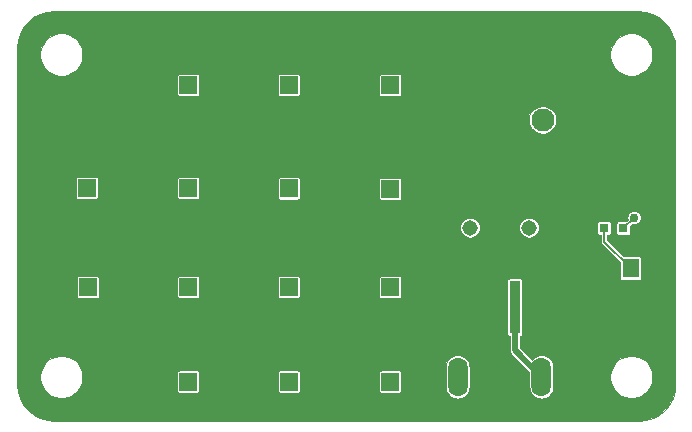
<source format=gbr>
%TF.GenerationSoftware,KiCad,Pcbnew,(5.1.10)-1*%
%TF.CreationDate,2022-10-31T19:27:20+09:00*%
%TF.ProjectId,USB_JST-XH_Converter,5553425f-4a53-4542-9d58-485f436f6e76,rev?*%
%TF.SameCoordinates,Original*%
%TF.FileFunction,Copper,L1,Top*%
%TF.FilePolarity,Positive*%
%FSLAX46Y46*%
G04 Gerber Fmt 4.6, Leading zero omitted, Abs format (unit mm)*
G04 Created by KiCad (PCBNEW (5.1.10)-1) date 2022-10-31 19:27:20*
%MOMM*%
%LPD*%
G01*
G04 APERTURE LIST*
%TA.AperFunction,ComponentPad*%
%ADD10R,1.508000X1.508000*%
%TD*%
%TA.AperFunction,ComponentPad*%
%ADD11C,1.508000*%
%TD*%
%TA.AperFunction,ComponentPad*%
%ADD12O,1.650000X3.300000*%
%TD*%
%TA.AperFunction,SMDPad,CuDef*%
%ADD13R,0.900000X4.500000*%
%TD*%
%TA.AperFunction,ComponentPad*%
%ADD14C,1.308000*%
%TD*%
%TA.AperFunction,ComponentPad*%
%ADD15C,1.950000*%
%TD*%
%TA.AperFunction,SMDPad,CuDef*%
%ADD16R,0.800000X0.800000*%
%TD*%
%TA.AperFunction,SMDPad,CuDef*%
%ADD17R,1.400000X1.650000*%
%TD*%
%TA.AperFunction,ViaPad*%
%ADD18C,0.756400*%
%TD*%
%TA.AperFunction,Conductor*%
%ADD19C,0.500000*%
%TD*%
%TA.AperFunction,Conductor*%
%ADD20C,0.152400*%
%TD*%
%TA.AperFunction,Conductor*%
%ADD21C,0.076200*%
%TD*%
%TA.AperFunction,Conductor*%
%ADD22C,0.100000*%
%TD*%
G04 APERTURE END LIST*
D10*
%TO.P,PORT1,1*%
%TO.N,SGND*%
X135131100Y-93928600D03*
D11*
%TO.P,PORT1,2*%
%TO.N,VCC*%
X132591100Y-93928600D03*
%TD*%
D10*
%TO.P,PORT10,1*%
%TO.N,SGND*%
X143631100Y-111018600D03*
D11*
%TO.P,PORT10,2*%
%TO.N,VCC*%
X141091100Y-111018600D03*
%TD*%
D10*
%TO.P,PORT11,1*%
%TO.N,SGND*%
X152231100Y-111018600D03*
D11*
%TO.P,PORT11,2*%
%TO.N,VCC*%
X149691100Y-111018600D03*
%TD*%
D10*
%TO.P,PORT12,1*%
%TO.N,SGND*%
X135131100Y-119018600D03*
D11*
%TO.P,PORT12,2*%
%TO.N,VCC*%
X132591100Y-119018600D03*
%TD*%
D10*
%TO.P,PORT2,1*%
%TO.N,SGND*%
X143631100Y-93928600D03*
D11*
%TO.P,PORT2,2*%
%TO.N,VCC*%
X141091100Y-93928600D03*
%TD*%
D10*
%TO.P,PORT3,1*%
%TO.N,SGND*%
X152231100Y-93928600D03*
D11*
%TO.P,PORT3,2*%
%TO.N,VCC*%
X149691100Y-93928600D03*
%TD*%
D10*
%TO.P,PORT4,1*%
%TO.N,SGND*%
X126541100Y-102618600D03*
D11*
%TO.P,PORT4,2*%
%TO.N,VCC*%
X124001100Y-102618600D03*
%TD*%
D10*
%TO.P,PORT5,1*%
%TO.N,SGND*%
X135131100Y-102648600D03*
D11*
%TO.P,PORT5,2*%
%TO.N,VCC*%
X132591100Y-102648600D03*
%TD*%
D10*
%TO.P,PORT6,1*%
%TO.N,SGND*%
X143631100Y-102668600D03*
D11*
%TO.P,PORT6,2*%
%TO.N,VCC*%
X141091100Y-102668600D03*
%TD*%
D10*
%TO.P,PORT7,1*%
%TO.N,SGND*%
X152231100Y-102688600D03*
D11*
%TO.P,PORT7,2*%
%TO.N,VCC*%
X149691100Y-102688600D03*
%TD*%
D10*
%TO.P,PORT8,1*%
%TO.N,SGND*%
X126631100Y-111018600D03*
D11*
%TO.P,PORT8,2*%
%TO.N,VCC*%
X124091100Y-111018600D03*
%TD*%
D10*
%TO.P,PORT9,1*%
%TO.N,SGND*%
X135131100Y-111018600D03*
D11*
%TO.P,PORT9,2*%
%TO.N,VCC*%
X132591100Y-111018600D03*
%TD*%
D12*
%TO.P,USB1,GND2*%
%TO.N,GND*%
X165031100Y-118618600D03*
%TO.P,USB1,GND1*%
X157931100Y-118618600D03*
D13*
%TO.P,USB1,USB-*%
X162781100Y-112718600D03*
%TO.P,USB1,USB+*%
%TO.N,VCC*%
X160181100Y-112718600D03*
%TD*%
D14*
%TO.P,SW1,L*%
%TO.N,N/C*%
X158981100Y-105978600D03*
%TO.P,SW1,R*%
%TO.N,N$1*%
X163981100Y-105978600D03*
%TO.P,SW1,C*%
%TO.N,VCC*%
X161481100Y-105978600D03*
%TD*%
D15*
%TO.P,C1,C-*%
%TO.N,GND*%
X165124100Y-96853600D03*
%TO.P,C1,C+*%
%TO.N,VCC*%
X160124100Y-96853600D03*
%TD*%
D10*
%TO.P,PORT13,1*%
%TO.N,SGND*%
X143631100Y-119018600D03*
D11*
%TO.P,PORT13,2*%
%TO.N,VCC*%
X141091100Y-119018600D03*
%TD*%
D10*
%TO.P,PORT14,1*%
%TO.N,SGND*%
X152231100Y-119018600D03*
D11*
%TO.P,PORT14,2*%
%TO.N,VCC*%
X149691100Y-119018600D03*
%TD*%
D16*
%TO.P,LED1,A*%
%TO.N,N$3*%
X170321100Y-106028600D03*
%TO.P,LED1,K*%
%TO.N,SGND*%
X171971100Y-106028600D03*
%TD*%
D17*
%TO.P,R3,RIGHT*%
%TO.N,VCC*%
X169971100Y-109428600D03*
%TO.P,R3,LEFT*%
%TO.N,N$3*%
X172571100Y-109428600D03*
%TD*%
D18*
%TO.N,SGND*%
X172871100Y-105128600D03*
%TD*%
D19*
%TO.N,GND*%
X162781100Y-112718600D02*
X162781100Y-116368600D01*
X162781100Y-116368600D02*
X165031100Y-118618600D01*
D20*
%TO.N,SGND*%
X171971100Y-106028600D02*
X172871100Y-105128600D01*
%TO.N,N$3*%
X172571100Y-109428600D02*
X170321100Y-107178600D01*
X170321100Y-107178600D02*
X170321100Y-106028600D01*
%TD*%
D21*
%TO.N,VCC*%
X173840335Y-87701740D02*
X174426364Y-87878673D01*
X174966864Y-88166061D01*
X175441252Y-88552962D01*
X175831455Y-89024637D01*
X176122613Y-89563121D01*
X176303633Y-90147901D01*
X176367932Y-90759670D01*
X176367999Y-90778820D01*
X176368000Y-90778830D01*
X176367999Y-119225512D01*
X176307960Y-119837835D01*
X176131027Y-120423864D01*
X175843637Y-120964367D01*
X175456735Y-121438755D01*
X174985065Y-121828954D01*
X174446580Y-122120112D01*
X173861799Y-122301133D01*
X173250030Y-122365432D01*
X173230880Y-122365499D01*
X123774188Y-122365499D01*
X123161865Y-122305460D01*
X122575836Y-122128527D01*
X122035333Y-121841137D01*
X121560945Y-121454235D01*
X121170746Y-120982565D01*
X120879588Y-120444080D01*
X120698567Y-119859299D01*
X120634268Y-119247530D01*
X120634201Y-119228380D01*
X120634201Y-118442251D01*
X122590600Y-118442251D01*
X122590600Y-118794949D01*
X122659408Y-119140869D01*
X122794380Y-119466720D01*
X122990328Y-119759977D01*
X123239723Y-120009372D01*
X123532980Y-120205320D01*
X123858831Y-120340292D01*
X124204751Y-120409100D01*
X124557449Y-120409100D01*
X124903369Y-120340292D01*
X125229220Y-120205320D01*
X125522477Y-120009372D01*
X125771872Y-119759977D01*
X125967820Y-119466720D01*
X126102792Y-119140869D01*
X126171600Y-118794949D01*
X126171600Y-118442251D01*
X126136263Y-118264600D01*
X134185679Y-118264600D01*
X134185679Y-119772600D01*
X134189357Y-119809944D01*
X134200250Y-119845854D01*
X134217939Y-119878948D01*
X134241745Y-119907955D01*
X134270752Y-119931761D01*
X134303846Y-119949450D01*
X134339756Y-119960343D01*
X134377100Y-119964021D01*
X135885100Y-119964021D01*
X135922444Y-119960343D01*
X135958354Y-119949450D01*
X135991448Y-119931761D01*
X136020455Y-119907955D01*
X136044261Y-119878948D01*
X136061950Y-119845854D01*
X136072843Y-119809944D01*
X136076521Y-119772600D01*
X136076521Y-118264600D01*
X142685679Y-118264600D01*
X142685679Y-119772600D01*
X142689357Y-119809944D01*
X142700250Y-119845854D01*
X142717939Y-119878948D01*
X142741745Y-119907955D01*
X142770752Y-119931761D01*
X142803846Y-119949450D01*
X142839756Y-119960343D01*
X142877100Y-119964021D01*
X144385100Y-119964021D01*
X144422444Y-119960343D01*
X144458354Y-119949450D01*
X144491448Y-119931761D01*
X144520455Y-119907955D01*
X144544261Y-119878948D01*
X144561950Y-119845854D01*
X144572843Y-119809944D01*
X144576521Y-119772600D01*
X144576521Y-118264600D01*
X151285679Y-118264600D01*
X151285679Y-119772600D01*
X151289357Y-119809944D01*
X151300250Y-119845854D01*
X151317939Y-119878948D01*
X151341745Y-119907955D01*
X151370752Y-119931761D01*
X151403846Y-119949450D01*
X151439756Y-119960343D01*
X151477100Y-119964021D01*
X152985100Y-119964021D01*
X153022444Y-119960343D01*
X153058354Y-119949450D01*
X153091448Y-119931761D01*
X153120455Y-119907955D01*
X153144261Y-119878948D01*
X153161950Y-119845854D01*
X153172843Y-119809944D01*
X153176521Y-119772600D01*
X153176521Y-118264600D01*
X153172843Y-118227256D01*
X153161950Y-118191346D01*
X153144261Y-118158252D01*
X153120455Y-118129245D01*
X153091448Y-118105439D01*
X153058354Y-118087750D01*
X153022444Y-118076857D01*
X152985100Y-118073179D01*
X151477100Y-118073179D01*
X151439756Y-118076857D01*
X151403846Y-118087750D01*
X151370752Y-118105439D01*
X151341745Y-118129245D01*
X151317939Y-118158252D01*
X151300250Y-118191346D01*
X151289357Y-118227256D01*
X151285679Y-118264600D01*
X144576521Y-118264600D01*
X144572843Y-118227256D01*
X144561950Y-118191346D01*
X144544261Y-118158252D01*
X144520455Y-118129245D01*
X144491448Y-118105439D01*
X144458354Y-118087750D01*
X144422444Y-118076857D01*
X144385100Y-118073179D01*
X142877100Y-118073179D01*
X142839756Y-118076857D01*
X142803846Y-118087750D01*
X142770752Y-118105439D01*
X142741745Y-118129245D01*
X142717939Y-118158252D01*
X142700250Y-118191346D01*
X142689357Y-118227256D01*
X142685679Y-118264600D01*
X136076521Y-118264600D01*
X136072843Y-118227256D01*
X136061950Y-118191346D01*
X136044261Y-118158252D01*
X136020455Y-118129245D01*
X135991448Y-118105439D01*
X135958354Y-118087750D01*
X135922444Y-118076857D01*
X135885100Y-118073179D01*
X134377100Y-118073179D01*
X134339756Y-118076857D01*
X134303846Y-118087750D01*
X134270752Y-118105439D01*
X134241745Y-118129245D01*
X134217939Y-118158252D01*
X134200250Y-118191346D01*
X134189357Y-118227256D01*
X134185679Y-118264600D01*
X126136263Y-118264600D01*
X126102792Y-118096331D01*
X125967820Y-117770480D01*
X125949939Y-117743719D01*
X156915600Y-117743719D01*
X156915601Y-119493482D01*
X156930295Y-119642673D01*
X156988362Y-119834095D01*
X157082659Y-120010511D01*
X157209560Y-120165141D01*
X157364190Y-120292042D01*
X157540606Y-120386339D01*
X157732028Y-120444406D01*
X157931100Y-120464013D01*
X158130173Y-120444406D01*
X158321595Y-120386339D01*
X158498011Y-120292042D01*
X158652641Y-120165141D01*
X158779542Y-120010511D01*
X158873839Y-119834095D01*
X158931906Y-119642673D01*
X158946600Y-119493482D01*
X158946600Y-117743718D01*
X158931906Y-117594527D01*
X158873839Y-117403105D01*
X158779542Y-117226689D01*
X158652641Y-117072059D01*
X158498011Y-116945158D01*
X158321594Y-116850861D01*
X158130172Y-116792794D01*
X157931100Y-116773187D01*
X157732027Y-116792794D01*
X157540605Y-116850861D01*
X157364189Y-116945158D01*
X157209559Y-117072059D01*
X157082658Y-117226689D01*
X156988361Y-117403106D01*
X156930294Y-117594528D01*
X156915600Y-117743719D01*
X125949939Y-117743719D01*
X125771872Y-117477223D01*
X125522477Y-117227828D01*
X125229220Y-117031880D01*
X124903369Y-116896908D01*
X124557449Y-116828100D01*
X124204751Y-116828100D01*
X123858831Y-116896908D01*
X123532980Y-117031880D01*
X123239723Y-117227828D01*
X122990328Y-117477223D01*
X122794380Y-117770480D01*
X122659408Y-118096331D01*
X122590600Y-118442251D01*
X120634201Y-118442251D01*
X120634201Y-110264600D01*
X125685679Y-110264600D01*
X125685679Y-111772600D01*
X125689357Y-111809944D01*
X125700250Y-111845854D01*
X125717939Y-111878948D01*
X125741745Y-111907955D01*
X125770752Y-111931761D01*
X125803846Y-111949450D01*
X125839756Y-111960343D01*
X125877100Y-111964021D01*
X127385100Y-111964021D01*
X127422444Y-111960343D01*
X127458354Y-111949450D01*
X127491448Y-111931761D01*
X127520455Y-111907955D01*
X127544261Y-111878948D01*
X127561950Y-111845854D01*
X127572843Y-111809944D01*
X127576521Y-111772600D01*
X127576521Y-110264600D01*
X134185679Y-110264600D01*
X134185679Y-111772600D01*
X134189357Y-111809944D01*
X134200250Y-111845854D01*
X134217939Y-111878948D01*
X134241745Y-111907955D01*
X134270752Y-111931761D01*
X134303846Y-111949450D01*
X134339756Y-111960343D01*
X134377100Y-111964021D01*
X135885100Y-111964021D01*
X135922444Y-111960343D01*
X135958354Y-111949450D01*
X135991448Y-111931761D01*
X136020455Y-111907955D01*
X136044261Y-111878948D01*
X136061950Y-111845854D01*
X136072843Y-111809944D01*
X136076521Y-111772600D01*
X136076521Y-110264600D01*
X142685679Y-110264600D01*
X142685679Y-111772600D01*
X142689357Y-111809944D01*
X142700250Y-111845854D01*
X142717939Y-111878948D01*
X142741745Y-111907955D01*
X142770752Y-111931761D01*
X142803846Y-111949450D01*
X142839756Y-111960343D01*
X142877100Y-111964021D01*
X144385100Y-111964021D01*
X144422444Y-111960343D01*
X144458354Y-111949450D01*
X144491448Y-111931761D01*
X144520455Y-111907955D01*
X144544261Y-111878948D01*
X144561950Y-111845854D01*
X144572843Y-111809944D01*
X144576521Y-111772600D01*
X144576521Y-110264600D01*
X151285679Y-110264600D01*
X151285679Y-111772600D01*
X151289357Y-111809944D01*
X151300250Y-111845854D01*
X151317939Y-111878948D01*
X151341745Y-111907955D01*
X151370752Y-111931761D01*
X151403846Y-111949450D01*
X151439756Y-111960343D01*
X151477100Y-111964021D01*
X152985100Y-111964021D01*
X153022444Y-111960343D01*
X153058354Y-111949450D01*
X153091448Y-111931761D01*
X153120455Y-111907955D01*
X153144261Y-111878948D01*
X153161950Y-111845854D01*
X153172843Y-111809944D01*
X153176521Y-111772600D01*
X153176521Y-110468600D01*
X162139679Y-110468600D01*
X162139679Y-114968600D01*
X162143357Y-115005944D01*
X162154250Y-115041854D01*
X162171939Y-115074948D01*
X162195745Y-115103955D01*
X162224752Y-115127761D01*
X162257846Y-115145450D01*
X162293756Y-115156343D01*
X162331100Y-115160021D01*
X162340601Y-115160021D01*
X162340601Y-116346961D01*
X162338470Y-116368600D01*
X162346974Y-116454952D01*
X162372162Y-116537987D01*
X162372163Y-116537988D01*
X162413067Y-116614513D01*
X162468114Y-116681587D01*
X162484917Y-116695377D01*
X164015600Y-118226061D01*
X164015601Y-119493482D01*
X164030295Y-119642673D01*
X164088362Y-119834095D01*
X164182659Y-120010511D01*
X164309560Y-120165141D01*
X164464190Y-120292042D01*
X164640606Y-120386339D01*
X164832028Y-120444406D01*
X165031100Y-120464013D01*
X165230173Y-120444406D01*
X165421595Y-120386339D01*
X165598011Y-120292042D01*
X165752641Y-120165141D01*
X165879542Y-120010511D01*
X165973839Y-119834095D01*
X166031906Y-119642673D01*
X166046600Y-119493482D01*
X166046600Y-118442251D01*
X170850600Y-118442251D01*
X170850600Y-118794949D01*
X170919408Y-119140869D01*
X171054380Y-119466720D01*
X171250328Y-119759977D01*
X171499723Y-120009372D01*
X171792980Y-120205320D01*
X172118831Y-120340292D01*
X172464751Y-120409100D01*
X172817449Y-120409100D01*
X173163369Y-120340292D01*
X173489220Y-120205320D01*
X173782477Y-120009372D01*
X174031872Y-119759977D01*
X174227820Y-119466720D01*
X174362792Y-119140869D01*
X174431600Y-118794949D01*
X174431600Y-118442251D01*
X174362792Y-118096331D01*
X174227820Y-117770480D01*
X174031872Y-117477223D01*
X173782477Y-117227828D01*
X173489220Y-117031880D01*
X173163369Y-116896908D01*
X172817449Y-116828100D01*
X172464751Y-116828100D01*
X172118831Y-116896908D01*
X171792980Y-117031880D01*
X171499723Y-117227828D01*
X171250328Y-117477223D01*
X171054380Y-117770480D01*
X170919408Y-118096331D01*
X170850600Y-118442251D01*
X166046600Y-118442251D01*
X166046600Y-117743718D01*
X166031906Y-117594527D01*
X165973839Y-117403105D01*
X165879542Y-117226689D01*
X165752641Y-117072059D01*
X165598011Y-116945158D01*
X165421594Y-116850861D01*
X165230172Y-116792794D01*
X165031100Y-116773187D01*
X164832027Y-116792794D01*
X164640605Y-116850861D01*
X164464189Y-116945158D01*
X164309559Y-117072059D01*
X164218489Y-117183029D01*
X163221600Y-116186140D01*
X163221600Y-115160021D01*
X163231100Y-115160021D01*
X163268444Y-115156343D01*
X163304354Y-115145450D01*
X163337448Y-115127761D01*
X163366455Y-115103955D01*
X163390261Y-115074948D01*
X163407950Y-115041854D01*
X163418843Y-115005944D01*
X163422521Y-114968600D01*
X163422521Y-110468600D01*
X163418843Y-110431256D01*
X163407950Y-110395346D01*
X163390261Y-110362252D01*
X163366455Y-110333245D01*
X163337448Y-110309439D01*
X163304354Y-110291750D01*
X163268444Y-110280857D01*
X163231100Y-110277179D01*
X162331100Y-110277179D01*
X162293756Y-110280857D01*
X162257846Y-110291750D01*
X162224752Y-110309439D01*
X162195745Y-110333245D01*
X162171939Y-110362252D01*
X162154250Y-110395346D01*
X162143357Y-110431256D01*
X162139679Y-110468600D01*
X153176521Y-110468600D01*
X153176521Y-110264600D01*
X153172843Y-110227256D01*
X153161950Y-110191346D01*
X153144261Y-110158252D01*
X153120455Y-110129245D01*
X153091448Y-110105439D01*
X153058354Y-110087750D01*
X153022444Y-110076857D01*
X152985100Y-110073179D01*
X151477100Y-110073179D01*
X151439756Y-110076857D01*
X151403846Y-110087750D01*
X151370752Y-110105439D01*
X151341745Y-110129245D01*
X151317939Y-110158252D01*
X151300250Y-110191346D01*
X151289357Y-110227256D01*
X151285679Y-110264600D01*
X144576521Y-110264600D01*
X144572843Y-110227256D01*
X144561950Y-110191346D01*
X144544261Y-110158252D01*
X144520455Y-110129245D01*
X144491448Y-110105439D01*
X144458354Y-110087750D01*
X144422444Y-110076857D01*
X144385100Y-110073179D01*
X142877100Y-110073179D01*
X142839756Y-110076857D01*
X142803846Y-110087750D01*
X142770752Y-110105439D01*
X142741745Y-110129245D01*
X142717939Y-110158252D01*
X142700250Y-110191346D01*
X142689357Y-110227256D01*
X142685679Y-110264600D01*
X136076521Y-110264600D01*
X136072843Y-110227256D01*
X136061950Y-110191346D01*
X136044261Y-110158252D01*
X136020455Y-110129245D01*
X135991448Y-110105439D01*
X135958354Y-110087750D01*
X135922444Y-110076857D01*
X135885100Y-110073179D01*
X134377100Y-110073179D01*
X134339756Y-110076857D01*
X134303846Y-110087750D01*
X134270752Y-110105439D01*
X134241745Y-110129245D01*
X134217939Y-110158252D01*
X134200250Y-110191346D01*
X134189357Y-110227256D01*
X134185679Y-110264600D01*
X127576521Y-110264600D01*
X127572843Y-110227256D01*
X127561950Y-110191346D01*
X127544261Y-110158252D01*
X127520455Y-110129245D01*
X127491448Y-110105439D01*
X127458354Y-110087750D01*
X127422444Y-110076857D01*
X127385100Y-110073179D01*
X125877100Y-110073179D01*
X125839756Y-110076857D01*
X125803846Y-110087750D01*
X125770752Y-110105439D01*
X125741745Y-110129245D01*
X125717939Y-110158252D01*
X125700250Y-110191346D01*
X125689357Y-110227256D01*
X125685679Y-110264600D01*
X120634201Y-110264600D01*
X120634201Y-105895424D01*
X158136600Y-105895424D01*
X158136600Y-106061776D01*
X158169054Y-106224932D01*
X158232714Y-106378621D01*
X158325134Y-106516937D01*
X158442763Y-106634566D01*
X158581079Y-106726986D01*
X158734768Y-106790646D01*
X158897924Y-106823100D01*
X159064276Y-106823100D01*
X159227432Y-106790646D01*
X159381121Y-106726986D01*
X159519437Y-106634566D01*
X159637066Y-106516937D01*
X159729486Y-106378621D01*
X159793146Y-106224932D01*
X159825600Y-106061776D01*
X159825600Y-105895424D01*
X163136600Y-105895424D01*
X163136600Y-106061776D01*
X163169054Y-106224932D01*
X163232714Y-106378621D01*
X163325134Y-106516937D01*
X163442763Y-106634566D01*
X163581079Y-106726986D01*
X163734768Y-106790646D01*
X163897924Y-106823100D01*
X164064276Y-106823100D01*
X164227432Y-106790646D01*
X164381121Y-106726986D01*
X164519437Y-106634566D01*
X164637066Y-106516937D01*
X164729486Y-106378621D01*
X164793146Y-106224932D01*
X164825600Y-106061776D01*
X164825600Y-105895424D01*
X164793146Y-105732268D01*
X164750206Y-105628600D01*
X169729679Y-105628600D01*
X169729679Y-106428600D01*
X169733357Y-106465944D01*
X169744250Y-106501854D01*
X169761939Y-106534948D01*
X169785745Y-106563955D01*
X169814752Y-106587761D01*
X169847846Y-106605450D01*
X169883756Y-106616343D01*
X169921100Y-106620021D01*
X170054400Y-106620021D01*
X170054400Y-107165504D01*
X170053110Y-107178600D01*
X170054400Y-107191696D01*
X170054400Y-107191697D01*
X170058259Y-107230881D01*
X170073510Y-107281154D01*
X170098274Y-107327487D01*
X170131602Y-107368098D01*
X170141784Y-107376454D01*
X171679679Y-108914350D01*
X171679679Y-110253600D01*
X171683357Y-110290944D01*
X171694250Y-110326854D01*
X171711939Y-110359948D01*
X171735745Y-110388955D01*
X171764752Y-110412761D01*
X171797846Y-110430450D01*
X171833756Y-110441343D01*
X171871100Y-110445021D01*
X173271100Y-110445021D01*
X173308444Y-110441343D01*
X173344354Y-110430450D01*
X173377448Y-110412761D01*
X173406455Y-110388955D01*
X173430261Y-110359948D01*
X173447950Y-110326854D01*
X173458843Y-110290944D01*
X173462521Y-110253600D01*
X173462521Y-108603600D01*
X173458843Y-108566256D01*
X173447950Y-108530346D01*
X173430261Y-108497252D01*
X173406455Y-108468245D01*
X173377448Y-108444439D01*
X173344354Y-108426750D01*
X173308444Y-108415857D01*
X173271100Y-108412179D01*
X171931850Y-108412179D01*
X170587800Y-107068130D01*
X170587800Y-106620021D01*
X170721100Y-106620021D01*
X170758444Y-106616343D01*
X170794354Y-106605450D01*
X170827448Y-106587761D01*
X170856455Y-106563955D01*
X170880261Y-106534948D01*
X170897950Y-106501854D01*
X170908843Y-106465944D01*
X170912521Y-106428600D01*
X170912521Y-105628600D01*
X171379679Y-105628600D01*
X171379679Y-106428600D01*
X171383357Y-106465944D01*
X171394250Y-106501854D01*
X171411939Y-106534948D01*
X171435745Y-106563955D01*
X171464752Y-106587761D01*
X171497846Y-106605450D01*
X171533756Y-106616343D01*
X171571100Y-106620021D01*
X172371100Y-106620021D01*
X172408444Y-106616343D01*
X172444354Y-106605450D01*
X172477448Y-106587761D01*
X172506455Y-106563955D01*
X172530261Y-106534948D01*
X172547950Y-106501854D01*
X172558843Y-106465944D01*
X172562521Y-106428600D01*
X172562521Y-105814349D01*
X172702535Y-105674335D01*
X172705216Y-105675445D01*
X172815088Y-105697300D01*
X172927112Y-105697300D01*
X173036984Y-105675445D01*
X173140481Y-105632576D01*
X173233625Y-105570338D01*
X173312838Y-105491125D01*
X173375076Y-105397981D01*
X173417945Y-105294484D01*
X173439800Y-105184612D01*
X173439800Y-105072588D01*
X173417945Y-104962716D01*
X173375076Y-104859219D01*
X173312838Y-104766075D01*
X173233625Y-104686862D01*
X173140481Y-104624624D01*
X173036984Y-104581755D01*
X172927112Y-104559900D01*
X172815088Y-104559900D01*
X172705216Y-104581755D01*
X172601719Y-104624624D01*
X172508575Y-104686862D01*
X172429362Y-104766075D01*
X172367124Y-104859219D01*
X172324255Y-104962716D01*
X172302400Y-105072588D01*
X172302400Y-105184612D01*
X172324255Y-105294484D01*
X172325365Y-105297165D01*
X172185351Y-105437179D01*
X171571100Y-105437179D01*
X171533756Y-105440857D01*
X171497846Y-105451750D01*
X171464752Y-105469439D01*
X171435745Y-105493245D01*
X171411939Y-105522252D01*
X171394250Y-105555346D01*
X171383357Y-105591256D01*
X171379679Y-105628600D01*
X170912521Y-105628600D01*
X170908843Y-105591256D01*
X170897950Y-105555346D01*
X170880261Y-105522252D01*
X170856455Y-105493245D01*
X170827448Y-105469439D01*
X170794354Y-105451750D01*
X170758444Y-105440857D01*
X170721100Y-105437179D01*
X169921100Y-105437179D01*
X169883756Y-105440857D01*
X169847846Y-105451750D01*
X169814752Y-105469439D01*
X169785745Y-105493245D01*
X169761939Y-105522252D01*
X169744250Y-105555346D01*
X169733357Y-105591256D01*
X169729679Y-105628600D01*
X164750206Y-105628600D01*
X164729486Y-105578579D01*
X164637066Y-105440263D01*
X164519437Y-105322634D01*
X164381121Y-105230214D01*
X164227432Y-105166554D01*
X164064276Y-105134100D01*
X163897924Y-105134100D01*
X163734768Y-105166554D01*
X163581079Y-105230214D01*
X163442763Y-105322634D01*
X163325134Y-105440263D01*
X163232714Y-105578579D01*
X163169054Y-105732268D01*
X163136600Y-105895424D01*
X159825600Y-105895424D01*
X159793146Y-105732268D01*
X159729486Y-105578579D01*
X159637066Y-105440263D01*
X159519437Y-105322634D01*
X159381121Y-105230214D01*
X159227432Y-105166554D01*
X159064276Y-105134100D01*
X158897924Y-105134100D01*
X158734768Y-105166554D01*
X158581079Y-105230214D01*
X158442763Y-105322634D01*
X158325134Y-105440263D01*
X158232714Y-105578579D01*
X158169054Y-105732268D01*
X158136600Y-105895424D01*
X120634201Y-105895424D01*
X120634201Y-101864600D01*
X125595679Y-101864600D01*
X125595679Y-103372600D01*
X125599357Y-103409944D01*
X125610250Y-103445854D01*
X125627939Y-103478948D01*
X125651745Y-103507955D01*
X125680752Y-103531761D01*
X125713846Y-103549450D01*
X125749756Y-103560343D01*
X125787100Y-103564021D01*
X127295100Y-103564021D01*
X127332444Y-103560343D01*
X127368354Y-103549450D01*
X127401448Y-103531761D01*
X127430455Y-103507955D01*
X127454261Y-103478948D01*
X127471950Y-103445854D01*
X127482843Y-103409944D01*
X127486521Y-103372600D01*
X127486521Y-101894600D01*
X134185679Y-101894600D01*
X134185679Y-103402600D01*
X134189357Y-103439944D01*
X134200250Y-103475854D01*
X134217939Y-103508948D01*
X134241745Y-103537955D01*
X134270752Y-103561761D01*
X134303846Y-103579450D01*
X134339756Y-103590343D01*
X134377100Y-103594021D01*
X135885100Y-103594021D01*
X135922444Y-103590343D01*
X135958354Y-103579450D01*
X135991448Y-103561761D01*
X136020455Y-103537955D01*
X136044261Y-103508948D01*
X136061950Y-103475854D01*
X136072843Y-103439944D01*
X136076521Y-103402600D01*
X136076521Y-101914600D01*
X142685679Y-101914600D01*
X142685679Y-103422600D01*
X142689357Y-103459944D01*
X142700250Y-103495854D01*
X142717939Y-103528948D01*
X142741745Y-103557955D01*
X142770752Y-103581761D01*
X142803846Y-103599450D01*
X142839756Y-103610343D01*
X142877100Y-103614021D01*
X144385100Y-103614021D01*
X144422444Y-103610343D01*
X144458354Y-103599450D01*
X144491448Y-103581761D01*
X144520455Y-103557955D01*
X144544261Y-103528948D01*
X144561950Y-103495854D01*
X144572843Y-103459944D01*
X144576521Y-103422600D01*
X144576521Y-101934600D01*
X151285679Y-101934600D01*
X151285679Y-103442600D01*
X151289357Y-103479944D01*
X151300250Y-103515854D01*
X151317939Y-103548948D01*
X151341745Y-103577955D01*
X151370752Y-103601761D01*
X151403846Y-103619450D01*
X151439756Y-103630343D01*
X151477100Y-103634021D01*
X152985100Y-103634021D01*
X153022444Y-103630343D01*
X153058354Y-103619450D01*
X153091448Y-103601761D01*
X153120455Y-103577955D01*
X153144261Y-103548948D01*
X153161950Y-103515854D01*
X153172843Y-103479944D01*
X153176521Y-103442600D01*
X153176521Y-101934600D01*
X153172843Y-101897256D01*
X153161950Y-101861346D01*
X153144261Y-101828252D01*
X153120455Y-101799245D01*
X153091448Y-101775439D01*
X153058354Y-101757750D01*
X153022444Y-101746857D01*
X152985100Y-101743179D01*
X151477100Y-101743179D01*
X151439756Y-101746857D01*
X151403846Y-101757750D01*
X151370752Y-101775439D01*
X151341745Y-101799245D01*
X151317939Y-101828252D01*
X151300250Y-101861346D01*
X151289357Y-101897256D01*
X151285679Y-101934600D01*
X144576521Y-101934600D01*
X144576521Y-101914600D01*
X144572843Y-101877256D01*
X144561950Y-101841346D01*
X144544261Y-101808252D01*
X144520455Y-101779245D01*
X144491448Y-101755439D01*
X144458354Y-101737750D01*
X144422444Y-101726857D01*
X144385100Y-101723179D01*
X142877100Y-101723179D01*
X142839756Y-101726857D01*
X142803846Y-101737750D01*
X142770752Y-101755439D01*
X142741745Y-101779245D01*
X142717939Y-101808252D01*
X142700250Y-101841346D01*
X142689357Y-101877256D01*
X142685679Y-101914600D01*
X136076521Y-101914600D01*
X136076521Y-101894600D01*
X136072843Y-101857256D01*
X136061950Y-101821346D01*
X136044261Y-101788252D01*
X136020455Y-101759245D01*
X135991448Y-101735439D01*
X135958354Y-101717750D01*
X135922444Y-101706857D01*
X135885100Y-101703179D01*
X134377100Y-101703179D01*
X134339756Y-101706857D01*
X134303846Y-101717750D01*
X134270752Y-101735439D01*
X134241745Y-101759245D01*
X134217939Y-101788252D01*
X134200250Y-101821346D01*
X134189357Y-101857256D01*
X134185679Y-101894600D01*
X127486521Y-101894600D01*
X127486521Y-101864600D01*
X127482843Y-101827256D01*
X127471950Y-101791346D01*
X127454261Y-101758252D01*
X127430455Y-101729245D01*
X127401448Y-101705439D01*
X127368354Y-101687750D01*
X127332444Y-101676857D01*
X127295100Y-101673179D01*
X125787100Y-101673179D01*
X125749756Y-101676857D01*
X125713846Y-101687750D01*
X125680752Y-101705439D01*
X125651745Y-101729245D01*
X125627939Y-101758252D01*
X125610250Y-101791346D01*
X125599357Y-101827256D01*
X125595679Y-101864600D01*
X120634201Y-101864600D01*
X120634201Y-96738808D01*
X163958600Y-96738808D01*
X163958600Y-96968392D01*
X164003390Y-97193564D01*
X164091248Y-97405671D01*
X164218797Y-97596563D01*
X164381137Y-97758903D01*
X164572029Y-97886452D01*
X164784136Y-97974310D01*
X165009308Y-98019100D01*
X165238892Y-98019100D01*
X165464064Y-97974310D01*
X165676171Y-97886452D01*
X165867063Y-97758903D01*
X166029403Y-97596563D01*
X166156952Y-97405671D01*
X166244810Y-97193564D01*
X166289600Y-96968392D01*
X166289600Y-96738808D01*
X166244810Y-96513636D01*
X166156952Y-96301529D01*
X166029403Y-96110637D01*
X165867063Y-95948297D01*
X165676171Y-95820748D01*
X165464064Y-95732890D01*
X165238892Y-95688100D01*
X165009308Y-95688100D01*
X164784136Y-95732890D01*
X164572029Y-95820748D01*
X164381137Y-95948297D01*
X164218797Y-96110637D01*
X164091248Y-96301529D01*
X164003390Y-96513636D01*
X163958600Y-96738808D01*
X120634201Y-96738808D01*
X120634201Y-93174600D01*
X134185679Y-93174600D01*
X134185679Y-94682600D01*
X134189357Y-94719944D01*
X134200250Y-94755854D01*
X134217939Y-94788948D01*
X134241745Y-94817955D01*
X134270752Y-94841761D01*
X134303846Y-94859450D01*
X134339756Y-94870343D01*
X134377100Y-94874021D01*
X135885100Y-94874021D01*
X135922444Y-94870343D01*
X135958354Y-94859450D01*
X135991448Y-94841761D01*
X136020455Y-94817955D01*
X136044261Y-94788948D01*
X136061950Y-94755854D01*
X136072843Y-94719944D01*
X136076521Y-94682600D01*
X136076521Y-93174600D01*
X142685679Y-93174600D01*
X142685679Y-94682600D01*
X142689357Y-94719944D01*
X142700250Y-94755854D01*
X142717939Y-94788948D01*
X142741745Y-94817955D01*
X142770752Y-94841761D01*
X142803846Y-94859450D01*
X142839756Y-94870343D01*
X142877100Y-94874021D01*
X144385100Y-94874021D01*
X144422444Y-94870343D01*
X144458354Y-94859450D01*
X144491448Y-94841761D01*
X144520455Y-94817955D01*
X144544261Y-94788948D01*
X144561950Y-94755854D01*
X144572843Y-94719944D01*
X144576521Y-94682600D01*
X144576521Y-93174600D01*
X151285679Y-93174600D01*
X151285679Y-94682600D01*
X151289357Y-94719944D01*
X151300250Y-94755854D01*
X151317939Y-94788948D01*
X151341745Y-94817955D01*
X151370752Y-94841761D01*
X151403846Y-94859450D01*
X151439756Y-94870343D01*
X151477100Y-94874021D01*
X152985100Y-94874021D01*
X153022444Y-94870343D01*
X153058354Y-94859450D01*
X153091448Y-94841761D01*
X153120455Y-94817955D01*
X153144261Y-94788948D01*
X153161950Y-94755854D01*
X153172843Y-94719944D01*
X153176521Y-94682600D01*
X153176521Y-93174600D01*
X153172843Y-93137256D01*
X153161950Y-93101346D01*
X153144261Y-93068252D01*
X153120455Y-93039245D01*
X153091448Y-93015439D01*
X153058354Y-92997750D01*
X153022444Y-92986857D01*
X152985100Y-92983179D01*
X151477100Y-92983179D01*
X151439756Y-92986857D01*
X151403846Y-92997750D01*
X151370752Y-93015439D01*
X151341745Y-93039245D01*
X151317939Y-93068252D01*
X151300250Y-93101346D01*
X151289357Y-93137256D01*
X151285679Y-93174600D01*
X144576521Y-93174600D01*
X144572843Y-93137256D01*
X144561950Y-93101346D01*
X144544261Y-93068252D01*
X144520455Y-93039245D01*
X144491448Y-93015439D01*
X144458354Y-92997750D01*
X144422444Y-92986857D01*
X144385100Y-92983179D01*
X142877100Y-92983179D01*
X142839756Y-92986857D01*
X142803846Y-92997750D01*
X142770752Y-93015439D01*
X142741745Y-93039245D01*
X142717939Y-93068252D01*
X142700250Y-93101346D01*
X142689357Y-93137256D01*
X142685679Y-93174600D01*
X136076521Y-93174600D01*
X136072843Y-93137256D01*
X136061950Y-93101346D01*
X136044261Y-93068252D01*
X136020455Y-93039245D01*
X135991448Y-93015439D01*
X135958354Y-92997750D01*
X135922444Y-92986857D01*
X135885100Y-92983179D01*
X134377100Y-92983179D01*
X134339756Y-92986857D01*
X134303846Y-92997750D01*
X134270752Y-93015439D01*
X134241745Y-93039245D01*
X134217939Y-93068252D01*
X134200250Y-93101346D01*
X134189357Y-93137256D01*
X134185679Y-93174600D01*
X120634201Y-93174600D01*
X120634201Y-91152251D01*
X122590600Y-91152251D01*
X122590600Y-91504949D01*
X122659408Y-91850869D01*
X122794380Y-92176720D01*
X122990328Y-92469977D01*
X123239723Y-92719372D01*
X123532980Y-92915320D01*
X123858831Y-93050292D01*
X124204751Y-93119100D01*
X124557449Y-93119100D01*
X124903369Y-93050292D01*
X125229220Y-92915320D01*
X125522477Y-92719372D01*
X125771872Y-92469977D01*
X125967820Y-92176720D01*
X126102792Y-91850869D01*
X126171600Y-91504949D01*
X126171600Y-91152251D01*
X170850600Y-91152251D01*
X170850600Y-91504949D01*
X170919408Y-91850869D01*
X171054380Y-92176720D01*
X171250328Y-92469977D01*
X171499723Y-92719372D01*
X171792980Y-92915320D01*
X172118831Y-93050292D01*
X172464751Y-93119100D01*
X172817449Y-93119100D01*
X173163369Y-93050292D01*
X173489220Y-92915320D01*
X173782477Y-92719372D01*
X174031872Y-92469977D01*
X174227820Y-92176720D01*
X174362792Y-91850869D01*
X174431600Y-91504949D01*
X174431600Y-91152251D01*
X174362792Y-90806331D01*
X174227820Y-90480480D01*
X174031872Y-90187223D01*
X173782477Y-89937828D01*
X173489220Y-89741880D01*
X173163369Y-89606908D01*
X172817449Y-89538100D01*
X172464751Y-89538100D01*
X172118831Y-89606908D01*
X171792980Y-89741880D01*
X171499723Y-89937828D01*
X171250328Y-90187223D01*
X171054380Y-90480480D01*
X170919408Y-90806331D01*
X170850600Y-91152251D01*
X126171600Y-91152251D01*
X126102792Y-90806331D01*
X125967820Y-90480480D01*
X125771872Y-90187223D01*
X125522477Y-89937828D01*
X125229220Y-89741880D01*
X124903369Y-89606908D01*
X124557449Y-89538100D01*
X124204751Y-89538100D01*
X123858831Y-89606908D01*
X123532980Y-89741880D01*
X123239723Y-89937828D01*
X122990328Y-90187223D01*
X122794380Y-90480480D01*
X122659408Y-90806331D01*
X122590600Y-91152251D01*
X120634201Y-91152251D01*
X120634201Y-90781688D01*
X120694240Y-90169365D01*
X120871173Y-89583336D01*
X121158561Y-89042836D01*
X121545462Y-88568448D01*
X122017137Y-88178245D01*
X122555621Y-87887087D01*
X123140401Y-87706067D01*
X123752170Y-87641768D01*
X123771320Y-87641701D01*
X173228012Y-87641701D01*
X173840335Y-87701740D01*
%TA.AperFunction,Conductor*%
D22*
G36*
X173840335Y-87701740D02*
G01*
X174426364Y-87878673D01*
X174966864Y-88166061D01*
X175441252Y-88552962D01*
X175831455Y-89024637D01*
X176122613Y-89563121D01*
X176303633Y-90147901D01*
X176367932Y-90759670D01*
X176367999Y-90778820D01*
X176368000Y-90778830D01*
X176367999Y-119225512D01*
X176307960Y-119837835D01*
X176131027Y-120423864D01*
X175843637Y-120964367D01*
X175456735Y-121438755D01*
X174985065Y-121828954D01*
X174446580Y-122120112D01*
X173861799Y-122301133D01*
X173250030Y-122365432D01*
X173230880Y-122365499D01*
X123774188Y-122365499D01*
X123161865Y-122305460D01*
X122575836Y-122128527D01*
X122035333Y-121841137D01*
X121560945Y-121454235D01*
X121170746Y-120982565D01*
X120879588Y-120444080D01*
X120698567Y-119859299D01*
X120634268Y-119247530D01*
X120634201Y-119228380D01*
X120634201Y-118442251D01*
X122590600Y-118442251D01*
X122590600Y-118794949D01*
X122659408Y-119140869D01*
X122794380Y-119466720D01*
X122990328Y-119759977D01*
X123239723Y-120009372D01*
X123532980Y-120205320D01*
X123858831Y-120340292D01*
X124204751Y-120409100D01*
X124557449Y-120409100D01*
X124903369Y-120340292D01*
X125229220Y-120205320D01*
X125522477Y-120009372D01*
X125771872Y-119759977D01*
X125967820Y-119466720D01*
X126102792Y-119140869D01*
X126171600Y-118794949D01*
X126171600Y-118442251D01*
X126136263Y-118264600D01*
X134185679Y-118264600D01*
X134185679Y-119772600D01*
X134189357Y-119809944D01*
X134200250Y-119845854D01*
X134217939Y-119878948D01*
X134241745Y-119907955D01*
X134270752Y-119931761D01*
X134303846Y-119949450D01*
X134339756Y-119960343D01*
X134377100Y-119964021D01*
X135885100Y-119964021D01*
X135922444Y-119960343D01*
X135958354Y-119949450D01*
X135991448Y-119931761D01*
X136020455Y-119907955D01*
X136044261Y-119878948D01*
X136061950Y-119845854D01*
X136072843Y-119809944D01*
X136076521Y-119772600D01*
X136076521Y-118264600D01*
X142685679Y-118264600D01*
X142685679Y-119772600D01*
X142689357Y-119809944D01*
X142700250Y-119845854D01*
X142717939Y-119878948D01*
X142741745Y-119907955D01*
X142770752Y-119931761D01*
X142803846Y-119949450D01*
X142839756Y-119960343D01*
X142877100Y-119964021D01*
X144385100Y-119964021D01*
X144422444Y-119960343D01*
X144458354Y-119949450D01*
X144491448Y-119931761D01*
X144520455Y-119907955D01*
X144544261Y-119878948D01*
X144561950Y-119845854D01*
X144572843Y-119809944D01*
X144576521Y-119772600D01*
X144576521Y-118264600D01*
X151285679Y-118264600D01*
X151285679Y-119772600D01*
X151289357Y-119809944D01*
X151300250Y-119845854D01*
X151317939Y-119878948D01*
X151341745Y-119907955D01*
X151370752Y-119931761D01*
X151403846Y-119949450D01*
X151439756Y-119960343D01*
X151477100Y-119964021D01*
X152985100Y-119964021D01*
X153022444Y-119960343D01*
X153058354Y-119949450D01*
X153091448Y-119931761D01*
X153120455Y-119907955D01*
X153144261Y-119878948D01*
X153161950Y-119845854D01*
X153172843Y-119809944D01*
X153176521Y-119772600D01*
X153176521Y-118264600D01*
X153172843Y-118227256D01*
X153161950Y-118191346D01*
X153144261Y-118158252D01*
X153120455Y-118129245D01*
X153091448Y-118105439D01*
X153058354Y-118087750D01*
X153022444Y-118076857D01*
X152985100Y-118073179D01*
X151477100Y-118073179D01*
X151439756Y-118076857D01*
X151403846Y-118087750D01*
X151370752Y-118105439D01*
X151341745Y-118129245D01*
X151317939Y-118158252D01*
X151300250Y-118191346D01*
X151289357Y-118227256D01*
X151285679Y-118264600D01*
X144576521Y-118264600D01*
X144572843Y-118227256D01*
X144561950Y-118191346D01*
X144544261Y-118158252D01*
X144520455Y-118129245D01*
X144491448Y-118105439D01*
X144458354Y-118087750D01*
X144422444Y-118076857D01*
X144385100Y-118073179D01*
X142877100Y-118073179D01*
X142839756Y-118076857D01*
X142803846Y-118087750D01*
X142770752Y-118105439D01*
X142741745Y-118129245D01*
X142717939Y-118158252D01*
X142700250Y-118191346D01*
X142689357Y-118227256D01*
X142685679Y-118264600D01*
X136076521Y-118264600D01*
X136072843Y-118227256D01*
X136061950Y-118191346D01*
X136044261Y-118158252D01*
X136020455Y-118129245D01*
X135991448Y-118105439D01*
X135958354Y-118087750D01*
X135922444Y-118076857D01*
X135885100Y-118073179D01*
X134377100Y-118073179D01*
X134339756Y-118076857D01*
X134303846Y-118087750D01*
X134270752Y-118105439D01*
X134241745Y-118129245D01*
X134217939Y-118158252D01*
X134200250Y-118191346D01*
X134189357Y-118227256D01*
X134185679Y-118264600D01*
X126136263Y-118264600D01*
X126102792Y-118096331D01*
X125967820Y-117770480D01*
X125949939Y-117743719D01*
X156915600Y-117743719D01*
X156915601Y-119493482D01*
X156930295Y-119642673D01*
X156988362Y-119834095D01*
X157082659Y-120010511D01*
X157209560Y-120165141D01*
X157364190Y-120292042D01*
X157540606Y-120386339D01*
X157732028Y-120444406D01*
X157931100Y-120464013D01*
X158130173Y-120444406D01*
X158321595Y-120386339D01*
X158498011Y-120292042D01*
X158652641Y-120165141D01*
X158779542Y-120010511D01*
X158873839Y-119834095D01*
X158931906Y-119642673D01*
X158946600Y-119493482D01*
X158946600Y-117743718D01*
X158931906Y-117594527D01*
X158873839Y-117403105D01*
X158779542Y-117226689D01*
X158652641Y-117072059D01*
X158498011Y-116945158D01*
X158321594Y-116850861D01*
X158130172Y-116792794D01*
X157931100Y-116773187D01*
X157732027Y-116792794D01*
X157540605Y-116850861D01*
X157364189Y-116945158D01*
X157209559Y-117072059D01*
X157082658Y-117226689D01*
X156988361Y-117403106D01*
X156930294Y-117594528D01*
X156915600Y-117743719D01*
X125949939Y-117743719D01*
X125771872Y-117477223D01*
X125522477Y-117227828D01*
X125229220Y-117031880D01*
X124903369Y-116896908D01*
X124557449Y-116828100D01*
X124204751Y-116828100D01*
X123858831Y-116896908D01*
X123532980Y-117031880D01*
X123239723Y-117227828D01*
X122990328Y-117477223D01*
X122794380Y-117770480D01*
X122659408Y-118096331D01*
X122590600Y-118442251D01*
X120634201Y-118442251D01*
X120634201Y-110264600D01*
X125685679Y-110264600D01*
X125685679Y-111772600D01*
X125689357Y-111809944D01*
X125700250Y-111845854D01*
X125717939Y-111878948D01*
X125741745Y-111907955D01*
X125770752Y-111931761D01*
X125803846Y-111949450D01*
X125839756Y-111960343D01*
X125877100Y-111964021D01*
X127385100Y-111964021D01*
X127422444Y-111960343D01*
X127458354Y-111949450D01*
X127491448Y-111931761D01*
X127520455Y-111907955D01*
X127544261Y-111878948D01*
X127561950Y-111845854D01*
X127572843Y-111809944D01*
X127576521Y-111772600D01*
X127576521Y-110264600D01*
X134185679Y-110264600D01*
X134185679Y-111772600D01*
X134189357Y-111809944D01*
X134200250Y-111845854D01*
X134217939Y-111878948D01*
X134241745Y-111907955D01*
X134270752Y-111931761D01*
X134303846Y-111949450D01*
X134339756Y-111960343D01*
X134377100Y-111964021D01*
X135885100Y-111964021D01*
X135922444Y-111960343D01*
X135958354Y-111949450D01*
X135991448Y-111931761D01*
X136020455Y-111907955D01*
X136044261Y-111878948D01*
X136061950Y-111845854D01*
X136072843Y-111809944D01*
X136076521Y-111772600D01*
X136076521Y-110264600D01*
X142685679Y-110264600D01*
X142685679Y-111772600D01*
X142689357Y-111809944D01*
X142700250Y-111845854D01*
X142717939Y-111878948D01*
X142741745Y-111907955D01*
X142770752Y-111931761D01*
X142803846Y-111949450D01*
X142839756Y-111960343D01*
X142877100Y-111964021D01*
X144385100Y-111964021D01*
X144422444Y-111960343D01*
X144458354Y-111949450D01*
X144491448Y-111931761D01*
X144520455Y-111907955D01*
X144544261Y-111878948D01*
X144561950Y-111845854D01*
X144572843Y-111809944D01*
X144576521Y-111772600D01*
X144576521Y-110264600D01*
X151285679Y-110264600D01*
X151285679Y-111772600D01*
X151289357Y-111809944D01*
X151300250Y-111845854D01*
X151317939Y-111878948D01*
X151341745Y-111907955D01*
X151370752Y-111931761D01*
X151403846Y-111949450D01*
X151439756Y-111960343D01*
X151477100Y-111964021D01*
X152985100Y-111964021D01*
X153022444Y-111960343D01*
X153058354Y-111949450D01*
X153091448Y-111931761D01*
X153120455Y-111907955D01*
X153144261Y-111878948D01*
X153161950Y-111845854D01*
X153172843Y-111809944D01*
X153176521Y-111772600D01*
X153176521Y-110468600D01*
X162139679Y-110468600D01*
X162139679Y-114968600D01*
X162143357Y-115005944D01*
X162154250Y-115041854D01*
X162171939Y-115074948D01*
X162195745Y-115103955D01*
X162224752Y-115127761D01*
X162257846Y-115145450D01*
X162293756Y-115156343D01*
X162331100Y-115160021D01*
X162340601Y-115160021D01*
X162340601Y-116346961D01*
X162338470Y-116368600D01*
X162346974Y-116454952D01*
X162372162Y-116537987D01*
X162372163Y-116537988D01*
X162413067Y-116614513D01*
X162468114Y-116681587D01*
X162484917Y-116695377D01*
X164015600Y-118226061D01*
X164015601Y-119493482D01*
X164030295Y-119642673D01*
X164088362Y-119834095D01*
X164182659Y-120010511D01*
X164309560Y-120165141D01*
X164464190Y-120292042D01*
X164640606Y-120386339D01*
X164832028Y-120444406D01*
X165031100Y-120464013D01*
X165230173Y-120444406D01*
X165421595Y-120386339D01*
X165598011Y-120292042D01*
X165752641Y-120165141D01*
X165879542Y-120010511D01*
X165973839Y-119834095D01*
X166031906Y-119642673D01*
X166046600Y-119493482D01*
X166046600Y-118442251D01*
X170850600Y-118442251D01*
X170850600Y-118794949D01*
X170919408Y-119140869D01*
X171054380Y-119466720D01*
X171250328Y-119759977D01*
X171499723Y-120009372D01*
X171792980Y-120205320D01*
X172118831Y-120340292D01*
X172464751Y-120409100D01*
X172817449Y-120409100D01*
X173163369Y-120340292D01*
X173489220Y-120205320D01*
X173782477Y-120009372D01*
X174031872Y-119759977D01*
X174227820Y-119466720D01*
X174362792Y-119140869D01*
X174431600Y-118794949D01*
X174431600Y-118442251D01*
X174362792Y-118096331D01*
X174227820Y-117770480D01*
X174031872Y-117477223D01*
X173782477Y-117227828D01*
X173489220Y-117031880D01*
X173163369Y-116896908D01*
X172817449Y-116828100D01*
X172464751Y-116828100D01*
X172118831Y-116896908D01*
X171792980Y-117031880D01*
X171499723Y-117227828D01*
X171250328Y-117477223D01*
X171054380Y-117770480D01*
X170919408Y-118096331D01*
X170850600Y-118442251D01*
X166046600Y-118442251D01*
X166046600Y-117743718D01*
X166031906Y-117594527D01*
X165973839Y-117403105D01*
X165879542Y-117226689D01*
X165752641Y-117072059D01*
X165598011Y-116945158D01*
X165421594Y-116850861D01*
X165230172Y-116792794D01*
X165031100Y-116773187D01*
X164832027Y-116792794D01*
X164640605Y-116850861D01*
X164464189Y-116945158D01*
X164309559Y-117072059D01*
X164218489Y-117183029D01*
X163221600Y-116186140D01*
X163221600Y-115160021D01*
X163231100Y-115160021D01*
X163268444Y-115156343D01*
X163304354Y-115145450D01*
X163337448Y-115127761D01*
X163366455Y-115103955D01*
X163390261Y-115074948D01*
X163407950Y-115041854D01*
X163418843Y-115005944D01*
X163422521Y-114968600D01*
X163422521Y-110468600D01*
X163418843Y-110431256D01*
X163407950Y-110395346D01*
X163390261Y-110362252D01*
X163366455Y-110333245D01*
X163337448Y-110309439D01*
X163304354Y-110291750D01*
X163268444Y-110280857D01*
X163231100Y-110277179D01*
X162331100Y-110277179D01*
X162293756Y-110280857D01*
X162257846Y-110291750D01*
X162224752Y-110309439D01*
X162195745Y-110333245D01*
X162171939Y-110362252D01*
X162154250Y-110395346D01*
X162143357Y-110431256D01*
X162139679Y-110468600D01*
X153176521Y-110468600D01*
X153176521Y-110264600D01*
X153172843Y-110227256D01*
X153161950Y-110191346D01*
X153144261Y-110158252D01*
X153120455Y-110129245D01*
X153091448Y-110105439D01*
X153058354Y-110087750D01*
X153022444Y-110076857D01*
X152985100Y-110073179D01*
X151477100Y-110073179D01*
X151439756Y-110076857D01*
X151403846Y-110087750D01*
X151370752Y-110105439D01*
X151341745Y-110129245D01*
X151317939Y-110158252D01*
X151300250Y-110191346D01*
X151289357Y-110227256D01*
X151285679Y-110264600D01*
X144576521Y-110264600D01*
X144572843Y-110227256D01*
X144561950Y-110191346D01*
X144544261Y-110158252D01*
X144520455Y-110129245D01*
X144491448Y-110105439D01*
X144458354Y-110087750D01*
X144422444Y-110076857D01*
X144385100Y-110073179D01*
X142877100Y-110073179D01*
X142839756Y-110076857D01*
X142803846Y-110087750D01*
X142770752Y-110105439D01*
X142741745Y-110129245D01*
X142717939Y-110158252D01*
X142700250Y-110191346D01*
X142689357Y-110227256D01*
X142685679Y-110264600D01*
X136076521Y-110264600D01*
X136072843Y-110227256D01*
X136061950Y-110191346D01*
X136044261Y-110158252D01*
X136020455Y-110129245D01*
X135991448Y-110105439D01*
X135958354Y-110087750D01*
X135922444Y-110076857D01*
X135885100Y-110073179D01*
X134377100Y-110073179D01*
X134339756Y-110076857D01*
X134303846Y-110087750D01*
X134270752Y-110105439D01*
X134241745Y-110129245D01*
X134217939Y-110158252D01*
X134200250Y-110191346D01*
X134189357Y-110227256D01*
X134185679Y-110264600D01*
X127576521Y-110264600D01*
X127572843Y-110227256D01*
X127561950Y-110191346D01*
X127544261Y-110158252D01*
X127520455Y-110129245D01*
X127491448Y-110105439D01*
X127458354Y-110087750D01*
X127422444Y-110076857D01*
X127385100Y-110073179D01*
X125877100Y-110073179D01*
X125839756Y-110076857D01*
X125803846Y-110087750D01*
X125770752Y-110105439D01*
X125741745Y-110129245D01*
X125717939Y-110158252D01*
X125700250Y-110191346D01*
X125689357Y-110227256D01*
X125685679Y-110264600D01*
X120634201Y-110264600D01*
X120634201Y-105895424D01*
X158136600Y-105895424D01*
X158136600Y-106061776D01*
X158169054Y-106224932D01*
X158232714Y-106378621D01*
X158325134Y-106516937D01*
X158442763Y-106634566D01*
X158581079Y-106726986D01*
X158734768Y-106790646D01*
X158897924Y-106823100D01*
X159064276Y-106823100D01*
X159227432Y-106790646D01*
X159381121Y-106726986D01*
X159519437Y-106634566D01*
X159637066Y-106516937D01*
X159729486Y-106378621D01*
X159793146Y-106224932D01*
X159825600Y-106061776D01*
X159825600Y-105895424D01*
X163136600Y-105895424D01*
X163136600Y-106061776D01*
X163169054Y-106224932D01*
X163232714Y-106378621D01*
X163325134Y-106516937D01*
X163442763Y-106634566D01*
X163581079Y-106726986D01*
X163734768Y-106790646D01*
X163897924Y-106823100D01*
X164064276Y-106823100D01*
X164227432Y-106790646D01*
X164381121Y-106726986D01*
X164519437Y-106634566D01*
X164637066Y-106516937D01*
X164729486Y-106378621D01*
X164793146Y-106224932D01*
X164825600Y-106061776D01*
X164825600Y-105895424D01*
X164793146Y-105732268D01*
X164750206Y-105628600D01*
X169729679Y-105628600D01*
X169729679Y-106428600D01*
X169733357Y-106465944D01*
X169744250Y-106501854D01*
X169761939Y-106534948D01*
X169785745Y-106563955D01*
X169814752Y-106587761D01*
X169847846Y-106605450D01*
X169883756Y-106616343D01*
X169921100Y-106620021D01*
X170054400Y-106620021D01*
X170054400Y-107165504D01*
X170053110Y-107178600D01*
X170054400Y-107191696D01*
X170054400Y-107191697D01*
X170058259Y-107230881D01*
X170073510Y-107281154D01*
X170098274Y-107327487D01*
X170131602Y-107368098D01*
X170141784Y-107376454D01*
X171679679Y-108914350D01*
X171679679Y-110253600D01*
X171683357Y-110290944D01*
X171694250Y-110326854D01*
X171711939Y-110359948D01*
X171735745Y-110388955D01*
X171764752Y-110412761D01*
X171797846Y-110430450D01*
X171833756Y-110441343D01*
X171871100Y-110445021D01*
X173271100Y-110445021D01*
X173308444Y-110441343D01*
X173344354Y-110430450D01*
X173377448Y-110412761D01*
X173406455Y-110388955D01*
X173430261Y-110359948D01*
X173447950Y-110326854D01*
X173458843Y-110290944D01*
X173462521Y-110253600D01*
X173462521Y-108603600D01*
X173458843Y-108566256D01*
X173447950Y-108530346D01*
X173430261Y-108497252D01*
X173406455Y-108468245D01*
X173377448Y-108444439D01*
X173344354Y-108426750D01*
X173308444Y-108415857D01*
X173271100Y-108412179D01*
X171931850Y-108412179D01*
X170587800Y-107068130D01*
X170587800Y-106620021D01*
X170721100Y-106620021D01*
X170758444Y-106616343D01*
X170794354Y-106605450D01*
X170827448Y-106587761D01*
X170856455Y-106563955D01*
X170880261Y-106534948D01*
X170897950Y-106501854D01*
X170908843Y-106465944D01*
X170912521Y-106428600D01*
X170912521Y-105628600D01*
X171379679Y-105628600D01*
X171379679Y-106428600D01*
X171383357Y-106465944D01*
X171394250Y-106501854D01*
X171411939Y-106534948D01*
X171435745Y-106563955D01*
X171464752Y-106587761D01*
X171497846Y-106605450D01*
X171533756Y-106616343D01*
X171571100Y-106620021D01*
X172371100Y-106620021D01*
X172408444Y-106616343D01*
X172444354Y-106605450D01*
X172477448Y-106587761D01*
X172506455Y-106563955D01*
X172530261Y-106534948D01*
X172547950Y-106501854D01*
X172558843Y-106465944D01*
X172562521Y-106428600D01*
X172562521Y-105814349D01*
X172702535Y-105674335D01*
X172705216Y-105675445D01*
X172815088Y-105697300D01*
X172927112Y-105697300D01*
X173036984Y-105675445D01*
X173140481Y-105632576D01*
X173233625Y-105570338D01*
X173312838Y-105491125D01*
X173375076Y-105397981D01*
X173417945Y-105294484D01*
X173439800Y-105184612D01*
X173439800Y-105072588D01*
X173417945Y-104962716D01*
X173375076Y-104859219D01*
X173312838Y-104766075D01*
X173233625Y-104686862D01*
X173140481Y-104624624D01*
X173036984Y-104581755D01*
X172927112Y-104559900D01*
X172815088Y-104559900D01*
X172705216Y-104581755D01*
X172601719Y-104624624D01*
X172508575Y-104686862D01*
X172429362Y-104766075D01*
X172367124Y-104859219D01*
X172324255Y-104962716D01*
X172302400Y-105072588D01*
X172302400Y-105184612D01*
X172324255Y-105294484D01*
X172325365Y-105297165D01*
X172185351Y-105437179D01*
X171571100Y-105437179D01*
X171533756Y-105440857D01*
X171497846Y-105451750D01*
X171464752Y-105469439D01*
X171435745Y-105493245D01*
X171411939Y-105522252D01*
X171394250Y-105555346D01*
X171383357Y-105591256D01*
X171379679Y-105628600D01*
X170912521Y-105628600D01*
X170908843Y-105591256D01*
X170897950Y-105555346D01*
X170880261Y-105522252D01*
X170856455Y-105493245D01*
X170827448Y-105469439D01*
X170794354Y-105451750D01*
X170758444Y-105440857D01*
X170721100Y-105437179D01*
X169921100Y-105437179D01*
X169883756Y-105440857D01*
X169847846Y-105451750D01*
X169814752Y-105469439D01*
X169785745Y-105493245D01*
X169761939Y-105522252D01*
X169744250Y-105555346D01*
X169733357Y-105591256D01*
X169729679Y-105628600D01*
X164750206Y-105628600D01*
X164729486Y-105578579D01*
X164637066Y-105440263D01*
X164519437Y-105322634D01*
X164381121Y-105230214D01*
X164227432Y-105166554D01*
X164064276Y-105134100D01*
X163897924Y-105134100D01*
X163734768Y-105166554D01*
X163581079Y-105230214D01*
X163442763Y-105322634D01*
X163325134Y-105440263D01*
X163232714Y-105578579D01*
X163169054Y-105732268D01*
X163136600Y-105895424D01*
X159825600Y-105895424D01*
X159793146Y-105732268D01*
X159729486Y-105578579D01*
X159637066Y-105440263D01*
X159519437Y-105322634D01*
X159381121Y-105230214D01*
X159227432Y-105166554D01*
X159064276Y-105134100D01*
X158897924Y-105134100D01*
X158734768Y-105166554D01*
X158581079Y-105230214D01*
X158442763Y-105322634D01*
X158325134Y-105440263D01*
X158232714Y-105578579D01*
X158169054Y-105732268D01*
X158136600Y-105895424D01*
X120634201Y-105895424D01*
X120634201Y-101864600D01*
X125595679Y-101864600D01*
X125595679Y-103372600D01*
X125599357Y-103409944D01*
X125610250Y-103445854D01*
X125627939Y-103478948D01*
X125651745Y-103507955D01*
X125680752Y-103531761D01*
X125713846Y-103549450D01*
X125749756Y-103560343D01*
X125787100Y-103564021D01*
X127295100Y-103564021D01*
X127332444Y-103560343D01*
X127368354Y-103549450D01*
X127401448Y-103531761D01*
X127430455Y-103507955D01*
X127454261Y-103478948D01*
X127471950Y-103445854D01*
X127482843Y-103409944D01*
X127486521Y-103372600D01*
X127486521Y-101894600D01*
X134185679Y-101894600D01*
X134185679Y-103402600D01*
X134189357Y-103439944D01*
X134200250Y-103475854D01*
X134217939Y-103508948D01*
X134241745Y-103537955D01*
X134270752Y-103561761D01*
X134303846Y-103579450D01*
X134339756Y-103590343D01*
X134377100Y-103594021D01*
X135885100Y-103594021D01*
X135922444Y-103590343D01*
X135958354Y-103579450D01*
X135991448Y-103561761D01*
X136020455Y-103537955D01*
X136044261Y-103508948D01*
X136061950Y-103475854D01*
X136072843Y-103439944D01*
X136076521Y-103402600D01*
X136076521Y-101914600D01*
X142685679Y-101914600D01*
X142685679Y-103422600D01*
X142689357Y-103459944D01*
X142700250Y-103495854D01*
X142717939Y-103528948D01*
X142741745Y-103557955D01*
X142770752Y-103581761D01*
X142803846Y-103599450D01*
X142839756Y-103610343D01*
X142877100Y-103614021D01*
X144385100Y-103614021D01*
X144422444Y-103610343D01*
X144458354Y-103599450D01*
X144491448Y-103581761D01*
X144520455Y-103557955D01*
X144544261Y-103528948D01*
X144561950Y-103495854D01*
X144572843Y-103459944D01*
X144576521Y-103422600D01*
X144576521Y-101934600D01*
X151285679Y-101934600D01*
X151285679Y-103442600D01*
X151289357Y-103479944D01*
X151300250Y-103515854D01*
X151317939Y-103548948D01*
X151341745Y-103577955D01*
X151370752Y-103601761D01*
X151403846Y-103619450D01*
X151439756Y-103630343D01*
X151477100Y-103634021D01*
X152985100Y-103634021D01*
X153022444Y-103630343D01*
X153058354Y-103619450D01*
X153091448Y-103601761D01*
X153120455Y-103577955D01*
X153144261Y-103548948D01*
X153161950Y-103515854D01*
X153172843Y-103479944D01*
X153176521Y-103442600D01*
X153176521Y-101934600D01*
X153172843Y-101897256D01*
X153161950Y-101861346D01*
X153144261Y-101828252D01*
X153120455Y-101799245D01*
X153091448Y-101775439D01*
X153058354Y-101757750D01*
X153022444Y-101746857D01*
X152985100Y-101743179D01*
X151477100Y-101743179D01*
X151439756Y-101746857D01*
X151403846Y-101757750D01*
X151370752Y-101775439D01*
X151341745Y-101799245D01*
X151317939Y-101828252D01*
X151300250Y-101861346D01*
X151289357Y-101897256D01*
X151285679Y-101934600D01*
X144576521Y-101934600D01*
X144576521Y-101914600D01*
X144572843Y-101877256D01*
X144561950Y-101841346D01*
X144544261Y-101808252D01*
X144520455Y-101779245D01*
X144491448Y-101755439D01*
X144458354Y-101737750D01*
X144422444Y-101726857D01*
X144385100Y-101723179D01*
X142877100Y-101723179D01*
X142839756Y-101726857D01*
X142803846Y-101737750D01*
X142770752Y-101755439D01*
X142741745Y-101779245D01*
X142717939Y-101808252D01*
X142700250Y-101841346D01*
X142689357Y-101877256D01*
X142685679Y-101914600D01*
X136076521Y-101914600D01*
X136076521Y-101894600D01*
X136072843Y-101857256D01*
X136061950Y-101821346D01*
X136044261Y-101788252D01*
X136020455Y-101759245D01*
X135991448Y-101735439D01*
X135958354Y-101717750D01*
X135922444Y-101706857D01*
X135885100Y-101703179D01*
X134377100Y-101703179D01*
X134339756Y-101706857D01*
X134303846Y-101717750D01*
X134270752Y-101735439D01*
X134241745Y-101759245D01*
X134217939Y-101788252D01*
X134200250Y-101821346D01*
X134189357Y-101857256D01*
X134185679Y-101894600D01*
X127486521Y-101894600D01*
X127486521Y-101864600D01*
X127482843Y-101827256D01*
X127471950Y-101791346D01*
X127454261Y-101758252D01*
X127430455Y-101729245D01*
X127401448Y-101705439D01*
X127368354Y-101687750D01*
X127332444Y-101676857D01*
X127295100Y-101673179D01*
X125787100Y-101673179D01*
X125749756Y-101676857D01*
X125713846Y-101687750D01*
X125680752Y-101705439D01*
X125651745Y-101729245D01*
X125627939Y-101758252D01*
X125610250Y-101791346D01*
X125599357Y-101827256D01*
X125595679Y-101864600D01*
X120634201Y-101864600D01*
X120634201Y-96738808D01*
X163958600Y-96738808D01*
X163958600Y-96968392D01*
X164003390Y-97193564D01*
X164091248Y-97405671D01*
X164218797Y-97596563D01*
X164381137Y-97758903D01*
X164572029Y-97886452D01*
X164784136Y-97974310D01*
X165009308Y-98019100D01*
X165238892Y-98019100D01*
X165464064Y-97974310D01*
X165676171Y-97886452D01*
X165867063Y-97758903D01*
X166029403Y-97596563D01*
X166156952Y-97405671D01*
X166244810Y-97193564D01*
X166289600Y-96968392D01*
X166289600Y-96738808D01*
X166244810Y-96513636D01*
X166156952Y-96301529D01*
X166029403Y-96110637D01*
X165867063Y-95948297D01*
X165676171Y-95820748D01*
X165464064Y-95732890D01*
X165238892Y-95688100D01*
X165009308Y-95688100D01*
X164784136Y-95732890D01*
X164572029Y-95820748D01*
X164381137Y-95948297D01*
X164218797Y-96110637D01*
X164091248Y-96301529D01*
X164003390Y-96513636D01*
X163958600Y-96738808D01*
X120634201Y-96738808D01*
X120634201Y-93174600D01*
X134185679Y-93174600D01*
X134185679Y-94682600D01*
X134189357Y-94719944D01*
X134200250Y-94755854D01*
X134217939Y-94788948D01*
X134241745Y-94817955D01*
X134270752Y-94841761D01*
X134303846Y-94859450D01*
X134339756Y-94870343D01*
X134377100Y-94874021D01*
X135885100Y-94874021D01*
X135922444Y-94870343D01*
X135958354Y-94859450D01*
X135991448Y-94841761D01*
X136020455Y-94817955D01*
X136044261Y-94788948D01*
X136061950Y-94755854D01*
X136072843Y-94719944D01*
X136076521Y-94682600D01*
X136076521Y-93174600D01*
X142685679Y-93174600D01*
X142685679Y-94682600D01*
X142689357Y-94719944D01*
X142700250Y-94755854D01*
X142717939Y-94788948D01*
X142741745Y-94817955D01*
X142770752Y-94841761D01*
X142803846Y-94859450D01*
X142839756Y-94870343D01*
X142877100Y-94874021D01*
X144385100Y-94874021D01*
X144422444Y-94870343D01*
X144458354Y-94859450D01*
X144491448Y-94841761D01*
X144520455Y-94817955D01*
X144544261Y-94788948D01*
X144561950Y-94755854D01*
X144572843Y-94719944D01*
X144576521Y-94682600D01*
X144576521Y-93174600D01*
X151285679Y-93174600D01*
X151285679Y-94682600D01*
X151289357Y-94719944D01*
X151300250Y-94755854D01*
X151317939Y-94788948D01*
X151341745Y-94817955D01*
X151370752Y-94841761D01*
X151403846Y-94859450D01*
X151439756Y-94870343D01*
X151477100Y-94874021D01*
X152985100Y-94874021D01*
X153022444Y-94870343D01*
X153058354Y-94859450D01*
X153091448Y-94841761D01*
X153120455Y-94817955D01*
X153144261Y-94788948D01*
X153161950Y-94755854D01*
X153172843Y-94719944D01*
X153176521Y-94682600D01*
X153176521Y-93174600D01*
X153172843Y-93137256D01*
X153161950Y-93101346D01*
X153144261Y-93068252D01*
X153120455Y-93039245D01*
X153091448Y-93015439D01*
X153058354Y-92997750D01*
X153022444Y-92986857D01*
X152985100Y-92983179D01*
X151477100Y-92983179D01*
X151439756Y-92986857D01*
X151403846Y-92997750D01*
X151370752Y-93015439D01*
X151341745Y-93039245D01*
X151317939Y-93068252D01*
X151300250Y-93101346D01*
X151289357Y-93137256D01*
X151285679Y-93174600D01*
X144576521Y-93174600D01*
X144572843Y-93137256D01*
X144561950Y-93101346D01*
X144544261Y-93068252D01*
X144520455Y-93039245D01*
X144491448Y-93015439D01*
X144458354Y-92997750D01*
X144422444Y-92986857D01*
X144385100Y-92983179D01*
X142877100Y-92983179D01*
X142839756Y-92986857D01*
X142803846Y-92997750D01*
X142770752Y-93015439D01*
X142741745Y-93039245D01*
X142717939Y-93068252D01*
X142700250Y-93101346D01*
X142689357Y-93137256D01*
X142685679Y-93174600D01*
X136076521Y-93174600D01*
X136072843Y-93137256D01*
X136061950Y-93101346D01*
X136044261Y-93068252D01*
X136020455Y-93039245D01*
X135991448Y-93015439D01*
X135958354Y-92997750D01*
X135922444Y-92986857D01*
X135885100Y-92983179D01*
X134377100Y-92983179D01*
X134339756Y-92986857D01*
X134303846Y-92997750D01*
X134270752Y-93015439D01*
X134241745Y-93039245D01*
X134217939Y-93068252D01*
X134200250Y-93101346D01*
X134189357Y-93137256D01*
X134185679Y-93174600D01*
X120634201Y-93174600D01*
X120634201Y-91152251D01*
X122590600Y-91152251D01*
X122590600Y-91504949D01*
X122659408Y-91850869D01*
X122794380Y-92176720D01*
X122990328Y-92469977D01*
X123239723Y-92719372D01*
X123532980Y-92915320D01*
X123858831Y-93050292D01*
X124204751Y-93119100D01*
X124557449Y-93119100D01*
X124903369Y-93050292D01*
X125229220Y-92915320D01*
X125522477Y-92719372D01*
X125771872Y-92469977D01*
X125967820Y-92176720D01*
X126102792Y-91850869D01*
X126171600Y-91504949D01*
X126171600Y-91152251D01*
X170850600Y-91152251D01*
X170850600Y-91504949D01*
X170919408Y-91850869D01*
X171054380Y-92176720D01*
X171250328Y-92469977D01*
X171499723Y-92719372D01*
X171792980Y-92915320D01*
X172118831Y-93050292D01*
X172464751Y-93119100D01*
X172817449Y-93119100D01*
X173163369Y-93050292D01*
X173489220Y-92915320D01*
X173782477Y-92719372D01*
X174031872Y-92469977D01*
X174227820Y-92176720D01*
X174362792Y-91850869D01*
X174431600Y-91504949D01*
X174431600Y-91152251D01*
X174362792Y-90806331D01*
X174227820Y-90480480D01*
X174031872Y-90187223D01*
X173782477Y-89937828D01*
X173489220Y-89741880D01*
X173163369Y-89606908D01*
X172817449Y-89538100D01*
X172464751Y-89538100D01*
X172118831Y-89606908D01*
X171792980Y-89741880D01*
X171499723Y-89937828D01*
X171250328Y-90187223D01*
X171054380Y-90480480D01*
X170919408Y-90806331D01*
X170850600Y-91152251D01*
X126171600Y-91152251D01*
X126102792Y-90806331D01*
X125967820Y-90480480D01*
X125771872Y-90187223D01*
X125522477Y-89937828D01*
X125229220Y-89741880D01*
X124903369Y-89606908D01*
X124557449Y-89538100D01*
X124204751Y-89538100D01*
X123858831Y-89606908D01*
X123532980Y-89741880D01*
X123239723Y-89937828D01*
X122990328Y-90187223D01*
X122794380Y-90480480D01*
X122659408Y-90806331D01*
X122590600Y-91152251D01*
X120634201Y-91152251D01*
X120634201Y-90781688D01*
X120694240Y-90169365D01*
X120871173Y-89583336D01*
X121158561Y-89042836D01*
X121545462Y-88568448D01*
X122017137Y-88178245D01*
X122555621Y-87887087D01*
X123140401Y-87706067D01*
X123752170Y-87641768D01*
X123771320Y-87641701D01*
X173228012Y-87641701D01*
X173840335Y-87701740D01*
G37*
%TD.AperFunction*%
%TD*%
M02*

</source>
